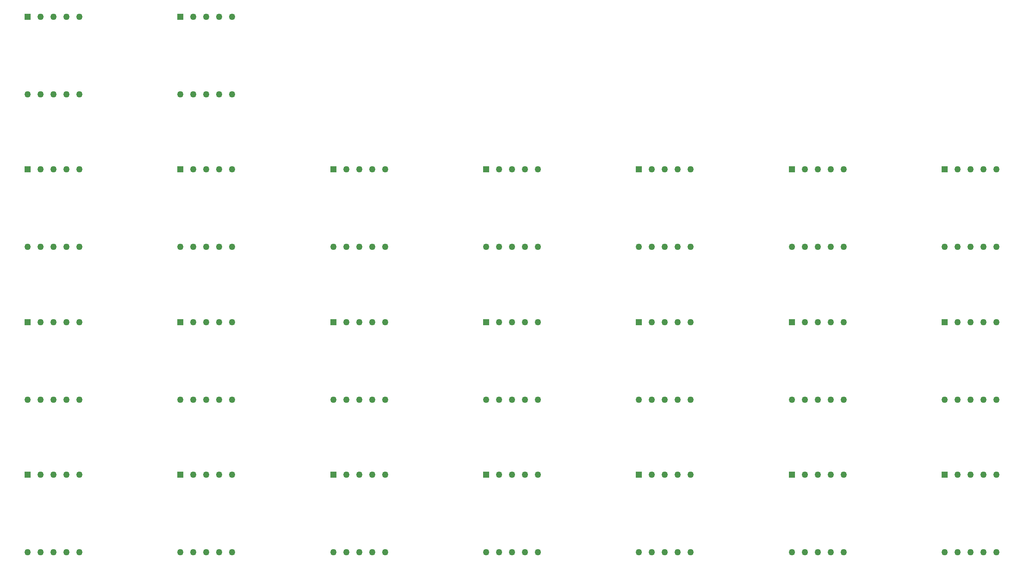
<source format=gbl>
G04*
G04 #@! TF.GenerationSoftware,Altium Limited,Altium Designer,22.10.1 (41)*
G04*
G04 Layer_Physical_Order=2*
G04 Layer_Color=16711680*
%FSLAX44Y44*%
%MOMM*%
G71*
G04*
G04 #@! TF.SameCoordinates,B69FFBF1-EEC0-48B6-B947-E14A7B7049DC*
G04*
G04*
G04 #@! TF.FilePolarity,Positive*
G04*
G01*
G75*
%ADD14C,1.2700*%
%ADD15R,1.2700X1.2700*%
D14*
X2000000Y276200D02*
D03*
X2050800D02*
D03*
X2025400D02*
D03*
X1974600D02*
D03*
X2050800Y123800D02*
D03*
X2025400D02*
D03*
X2000000D02*
D03*
X1974600D02*
D03*
X1949200D02*
D03*
X1700000Y276200D02*
D03*
X1750800D02*
D03*
X1725400D02*
D03*
X1674600D02*
D03*
X1750800Y123800D02*
D03*
X1725400D02*
D03*
X1700000D02*
D03*
X1674600D02*
D03*
X1649200D02*
D03*
X1400000Y276200D02*
D03*
X1450800D02*
D03*
X1425400D02*
D03*
X1374600D02*
D03*
X1450800Y123800D02*
D03*
X1425400D02*
D03*
X1400000D02*
D03*
X1374600D02*
D03*
X1349200D02*
D03*
X1100000Y276200D02*
D03*
X1150800D02*
D03*
X1125400D02*
D03*
X1074600D02*
D03*
X1150800Y123800D02*
D03*
X1125400D02*
D03*
X1100000D02*
D03*
X1074600D02*
D03*
X1049200D02*
D03*
X800000Y276200D02*
D03*
X850800D02*
D03*
X825400D02*
D03*
X774600D02*
D03*
X850800Y123800D02*
D03*
X825400D02*
D03*
X800000D02*
D03*
X774600D02*
D03*
X749200D02*
D03*
X500000Y276200D02*
D03*
X550800D02*
D03*
X525400D02*
D03*
X474600D02*
D03*
X550800Y123800D02*
D03*
X525400D02*
D03*
X500000D02*
D03*
X474600D02*
D03*
X449200D02*
D03*
X200000Y276200D02*
D03*
X250800D02*
D03*
X225400D02*
D03*
X174600D02*
D03*
X250800Y123800D02*
D03*
X225400D02*
D03*
X200000D02*
D03*
X174600D02*
D03*
X149200D02*
D03*
X2000000Y576200D02*
D03*
X2050800D02*
D03*
X2025400D02*
D03*
X1974600D02*
D03*
X2050800Y423800D02*
D03*
X2025400D02*
D03*
X2000000D02*
D03*
X1974600D02*
D03*
X1949200D02*
D03*
X1700000Y576200D02*
D03*
X1750800D02*
D03*
X1725400D02*
D03*
X1674600D02*
D03*
X1750800Y423800D02*
D03*
X1725400D02*
D03*
X1700000D02*
D03*
X1674600D02*
D03*
X1649200D02*
D03*
X1400000Y576200D02*
D03*
X1450800D02*
D03*
X1425400D02*
D03*
X1374600D02*
D03*
X1450800Y423800D02*
D03*
X1425400D02*
D03*
X1400000D02*
D03*
X1374600D02*
D03*
X1349200D02*
D03*
X1100000Y576200D02*
D03*
X1150800D02*
D03*
X1125400D02*
D03*
X1074600D02*
D03*
X1150800Y423800D02*
D03*
X1125400D02*
D03*
X1100000D02*
D03*
X1074600D02*
D03*
X1049200D02*
D03*
X800000Y576200D02*
D03*
X850800D02*
D03*
X825400D02*
D03*
X774600D02*
D03*
X850800Y423800D02*
D03*
X825400D02*
D03*
X800000D02*
D03*
X774600D02*
D03*
X749200D02*
D03*
X500000Y576200D02*
D03*
X550800D02*
D03*
X525400D02*
D03*
X474600D02*
D03*
X550800Y423800D02*
D03*
X525400D02*
D03*
X500000D02*
D03*
X474600D02*
D03*
X449200D02*
D03*
X200000Y576200D02*
D03*
X250800D02*
D03*
X225400D02*
D03*
X174600D02*
D03*
X250800Y423800D02*
D03*
X225400D02*
D03*
X200000D02*
D03*
X174600D02*
D03*
X149200D02*
D03*
X2000000Y876200D02*
D03*
X2050800D02*
D03*
X2025400D02*
D03*
X1974600D02*
D03*
X2050800Y723800D02*
D03*
X2025400D02*
D03*
X2000000D02*
D03*
X1974600D02*
D03*
X1949200D02*
D03*
X1700000Y876200D02*
D03*
X1750800D02*
D03*
X1725400D02*
D03*
X1674600D02*
D03*
X1750800Y723800D02*
D03*
X1725400D02*
D03*
X1700000D02*
D03*
X1674600D02*
D03*
X1649200D02*
D03*
X1400000Y876200D02*
D03*
X1450800D02*
D03*
X1425400D02*
D03*
X1374600D02*
D03*
X1450800Y723800D02*
D03*
X1425400D02*
D03*
X1400000D02*
D03*
X1374600D02*
D03*
X1349200D02*
D03*
X1100000Y876200D02*
D03*
X1150800D02*
D03*
X1125400D02*
D03*
X1074600D02*
D03*
X1150800Y723800D02*
D03*
X1125400D02*
D03*
X1100000D02*
D03*
X1074600D02*
D03*
X1049200D02*
D03*
X800000Y876200D02*
D03*
X850800D02*
D03*
X825400D02*
D03*
X774600D02*
D03*
X850800Y723800D02*
D03*
X825400D02*
D03*
X800000D02*
D03*
X774600D02*
D03*
X749200D02*
D03*
X500000Y876200D02*
D03*
X550800D02*
D03*
X525400D02*
D03*
X474600D02*
D03*
X550800Y723800D02*
D03*
X525400D02*
D03*
X500000D02*
D03*
X474600D02*
D03*
X449200D02*
D03*
X200000Y876200D02*
D03*
X250800D02*
D03*
X225400D02*
D03*
X174600D02*
D03*
X250800Y723800D02*
D03*
X225400D02*
D03*
X200000D02*
D03*
X174600D02*
D03*
X149200D02*
D03*
X500000Y1176200D02*
D03*
X550800D02*
D03*
X525400D02*
D03*
X474600D02*
D03*
X550800Y1023800D02*
D03*
X525400D02*
D03*
X500000D02*
D03*
X474600D02*
D03*
X449200D02*
D03*
X200000Y1176200D02*
D03*
X250800D02*
D03*
X225400D02*
D03*
X174600D02*
D03*
X250800Y1023800D02*
D03*
X225400D02*
D03*
X200000D02*
D03*
X174600D02*
D03*
X149200D02*
D03*
D15*
X1949200Y276200D02*
D03*
X1649200D02*
D03*
X1349200D02*
D03*
X1049200D02*
D03*
X749200D02*
D03*
X449200D02*
D03*
X149200D02*
D03*
X1949200Y576200D02*
D03*
X1649200D02*
D03*
X1349200D02*
D03*
X1049200D02*
D03*
X749200D02*
D03*
X449200D02*
D03*
X149200D02*
D03*
X1949200Y876200D02*
D03*
X1649200D02*
D03*
X1349200D02*
D03*
X1049200D02*
D03*
X749200D02*
D03*
X449200D02*
D03*
X149200D02*
D03*
X449200Y1176200D02*
D03*
X149200D02*
D03*
M02*

</source>
